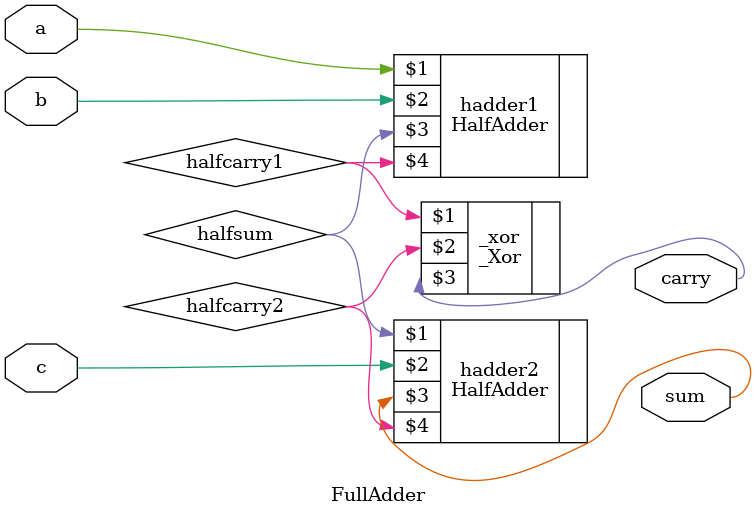
<source format=v>
module FullAdder(
    input a, b, c,
    output sum, carry
);

   wire halfsum;
   wire halfcarry1;
   wire halfcarry2;

   HalfAdder hadder1(a, b, halfsum, halfcarry1);
   HalfAdder hadder2(halfsum, c, sum, halfcarry2);
   _Xor _xor(halfcarry1, halfcarry2, carry);

endmodule
</source>
